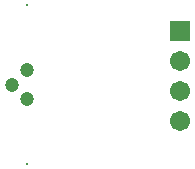
<source format=gbs>
G04*
G04 #@! TF.GenerationSoftware,Altium Limited,Altium Designer,22.2.1 (43)*
G04*
G04 Layer_Color=16711935*
%FSAX24Y24*%
%MOIN*%
G70*
G04*
G04 #@! TF.SameCoordinates,E8211669-D0EB-40F5-9659-E9546459CE39*
G04*
G04*
G04 #@! TF.FilePolarity,Negative*
G04*
G01*
G75*
%ADD33C,0.0080*%
%ADD34C,0.0474*%
%ADD35C,0.0671*%
%ADD36R,0.0671X0.0671*%
D33*
X021260Y024685D02*
D03*
Y019409D02*
D03*
D34*
Y021555D02*
D03*
X020768Y022047D02*
D03*
X021260Y022539D02*
D03*
D35*
X026378Y020835D02*
D03*
Y021835D02*
D03*
Y022835D02*
D03*
D36*
Y023835D02*
D03*
M02*

</source>
